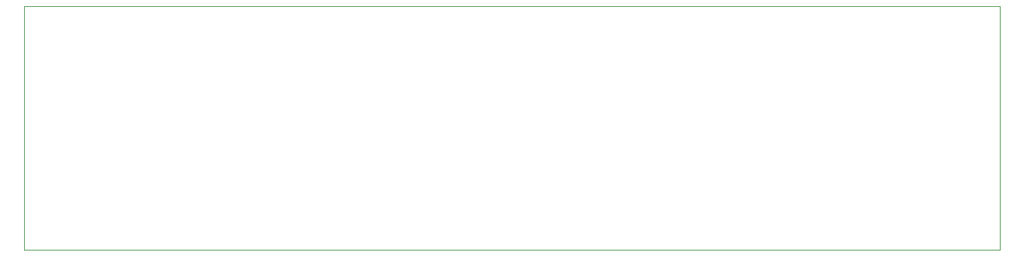
<source format=gko>
G75*
G70*
%OFA0B0*%
%FSLAX24Y24*%
%IPPOS*%
%LPD*%
%AMOC8*
5,1,8,0,0,1.08239X$1,22.5*
%
%ADD10C,0.0000*%
D10*
X000202Y000181D02*
X047426Y000181D01*
X047426Y011992D01*
X000202Y011992D01*
X000202Y000181D01*
M02*

</source>
